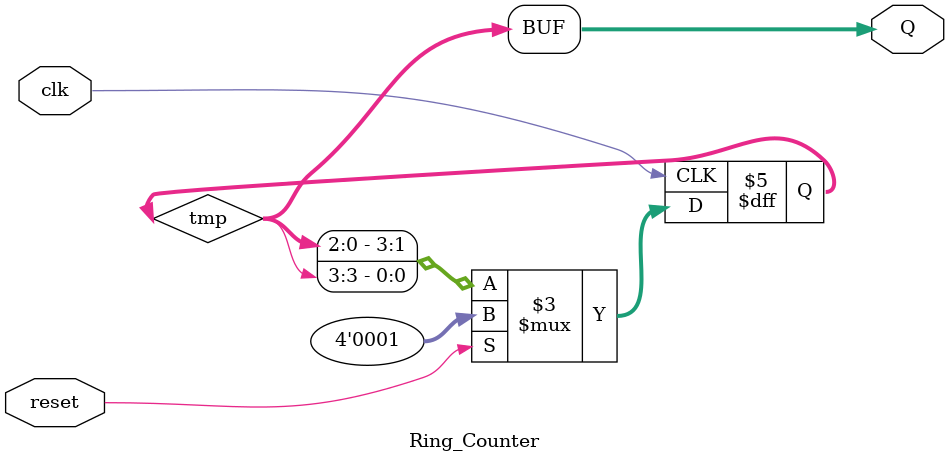
<source format=v>
`timescale 1ns / 1ps
module Ring_Counter(clk,reset,Q);
//4-bit input for a 4-bit ring counter
input clk,reset;
output [3:0] Q;

reg [3:0] tmp;
always @(posedge clk)
begin 
if(reset)
tmp<=4'b0001;
else 
tmp<= {tmp[2:0], tmp[3]};
end

assign Q= tmp;
endmodule

</source>
